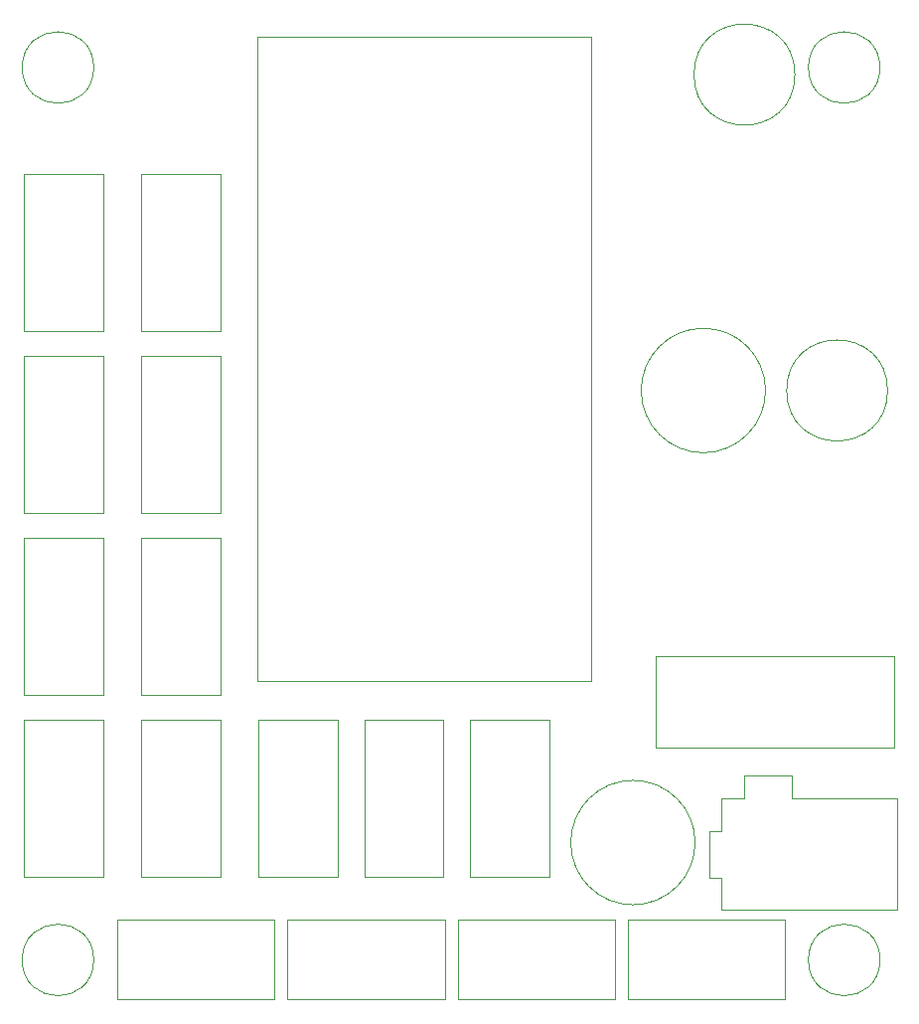
<source format=gbr>
G04 #@! TF.GenerationSoftware,KiCad,Pcbnew,(5.1.4)-1*
G04 #@! TF.CreationDate,2020-01-25T11:56:16+02:00*
G04 #@! TF.ProjectId,flypi_v2,666c7970-695f-4763-922e-6b696361645f,rev?*
G04 #@! TF.SameCoordinates,Original*
G04 #@! TF.FileFunction,Other,User*
%FSLAX46Y46*%
G04 Gerber Fmt 4.6, Leading zero omitted, Abs format (unit mm)*
G04 Created by KiCad (PCBNEW (5.1.4)-1) date 2020-01-25 11:56:16*
%MOMM*%
%LPD*%
G04 APERTURE LIST*
%ADD10C,0.050000*%
G04 APERTURE END LIST*
D10*
X143350000Y-102450000D02*
X143350000Y-89050000D01*
X136600000Y-102450000D02*
X143350000Y-102450000D01*
X136600000Y-89050000D02*
X136600000Y-102450000D01*
X143350000Y-89050000D02*
X136600000Y-89050000D01*
X153350000Y-86950000D02*
X153350000Y-73550000D01*
X146600000Y-86950000D02*
X153350000Y-86950000D01*
X146600000Y-73550000D02*
X146600000Y-86950000D01*
X153350000Y-73550000D02*
X146600000Y-73550000D01*
X143350000Y-86950000D02*
X143350000Y-73550000D01*
X136600000Y-86950000D02*
X143350000Y-86950000D01*
X136600000Y-73550000D02*
X136600000Y-86950000D01*
X143350000Y-73550000D02*
X136600000Y-73550000D01*
X143350000Y-117950000D02*
X143350000Y-104550000D01*
X136600000Y-117950000D02*
X143350000Y-117950000D01*
X136600000Y-104550000D02*
X136600000Y-117950000D01*
X143350000Y-104550000D02*
X136600000Y-104550000D01*
X156500000Y-116760000D02*
X156500000Y-61860000D01*
X184900000Y-116760000D02*
X156500000Y-116760000D01*
X184900000Y-61860000D02*
X184900000Y-116760000D01*
X156500000Y-61860000D02*
X184900000Y-61860000D01*
X159050000Y-143850000D02*
X172450000Y-143850000D01*
X159050000Y-137100000D02*
X159050000Y-143850000D01*
X172450000Y-137100000D02*
X159050000Y-137100000D01*
X172450000Y-143850000D02*
X172450000Y-137100000D01*
X173550000Y-143850000D02*
X186950000Y-143850000D01*
X173550000Y-137100000D02*
X173550000Y-143850000D01*
X186950000Y-137100000D02*
X173550000Y-137100000D01*
X186950000Y-143850000D02*
X186950000Y-137100000D01*
X142550000Y-64500000D02*
G75*
G03X142550000Y-64500000I-3050000J0D01*
G01*
X209550000Y-64500000D02*
G75*
G03X209550000Y-64500000I-3050000J0D01*
G01*
X209550000Y-140500000D02*
G75*
G03X209550000Y-140500000I-3050000J0D01*
G01*
X142550000Y-140500000D02*
G75*
G03X142550000Y-140500000I-3050000J0D01*
G01*
X201450000Y-143850000D02*
X201450000Y-137100000D01*
X201450000Y-137100000D02*
X188050000Y-137100000D01*
X188050000Y-137100000D02*
X188050000Y-143850000D01*
X188050000Y-143850000D02*
X201450000Y-143850000D01*
X144550000Y-143850000D02*
X157950000Y-143850000D01*
X144550000Y-137100000D02*
X144550000Y-143850000D01*
X157950000Y-137100000D02*
X144550000Y-137100000D01*
X157950000Y-143850000D02*
X157950000Y-137100000D01*
X181350000Y-133450000D02*
X181350000Y-120050000D01*
X174600000Y-133450000D02*
X181350000Y-133450000D01*
X174600000Y-120050000D02*
X174600000Y-133450000D01*
X181350000Y-120050000D02*
X174600000Y-120050000D01*
X172350000Y-133450000D02*
X172350000Y-120050000D01*
X165600000Y-133450000D02*
X172350000Y-133450000D01*
X165600000Y-120050000D02*
X165600000Y-133450000D01*
X172350000Y-120050000D02*
X165600000Y-120050000D01*
X163350000Y-133450000D02*
X163350000Y-120050000D01*
X156600000Y-133450000D02*
X163350000Y-133450000D01*
X156600000Y-120050000D02*
X156600000Y-133450000D01*
X163350000Y-120050000D02*
X156600000Y-120050000D01*
X153350000Y-133450000D02*
X153350000Y-120050000D01*
X146600000Y-133450000D02*
X153350000Y-133450000D01*
X146600000Y-120050000D02*
X146600000Y-133450000D01*
X153350000Y-120050000D02*
X146600000Y-120050000D01*
X143350000Y-133450000D02*
X143350000Y-120050000D01*
X136600000Y-133450000D02*
X143350000Y-133450000D01*
X136600000Y-120050000D02*
X136600000Y-133450000D01*
X143350000Y-120050000D02*
X136600000Y-120050000D01*
X153350000Y-117950000D02*
X153350000Y-104550000D01*
X146600000Y-117950000D02*
X153350000Y-117950000D01*
X146600000Y-104550000D02*
X146600000Y-117950000D01*
X153350000Y-104550000D02*
X146600000Y-104550000D01*
X153350000Y-102450000D02*
X153350000Y-89050000D01*
X146600000Y-102450000D02*
X153350000Y-102450000D01*
X146600000Y-89050000D02*
X146600000Y-102450000D01*
X153350000Y-89050000D02*
X146600000Y-89050000D01*
X210750000Y-122400000D02*
X190450000Y-122400000D01*
X190450000Y-122400000D02*
X190450000Y-114600000D01*
X190450000Y-114600000D02*
X210750000Y-114600000D01*
X210750000Y-114600000D02*
X210750000Y-122400000D01*
X211000000Y-126750000D02*
X211000000Y-136250000D01*
X202000000Y-126750000D02*
X211000000Y-126750000D01*
X202000000Y-124750000D02*
X202000000Y-126750000D01*
X198000000Y-124750000D02*
X202000000Y-124750000D01*
X198000000Y-126750000D02*
X198000000Y-124750000D01*
X196000000Y-126750000D02*
X198000000Y-126750000D01*
X196000000Y-129500000D02*
X196000000Y-126750000D01*
X195000000Y-129500000D02*
X196000000Y-129500000D01*
X195000000Y-133500000D02*
X195000000Y-129500000D01*
X196000000Y-133500000D02*
X195000000Y-133500000D01*
X196000000Y-136000000D02*
X196000000Y-133500000D01*
X196000000Y-136250000D02*
X211000000Y-136250000D01*
X196000000Y-136000000D02*
X196000000Y-136250000D01*
X202300000Y-65100000D02*
G75*
G03X202300000Y-65100000I-4300000J0D01*
G01*
X199800000Y-92000000D02*
G75*
G03X199800000Y-92000000I-5300000J0D01*
G01*
X210200000Y-92000000D02*
G75*
G03X210200000Y-92000000I-4300000J0D01*
G01*
X193800000Y-130500000D02*
G75*
G03X193800000Y-130500000I-5300000J0D01*
G01*
M02*

</source>
